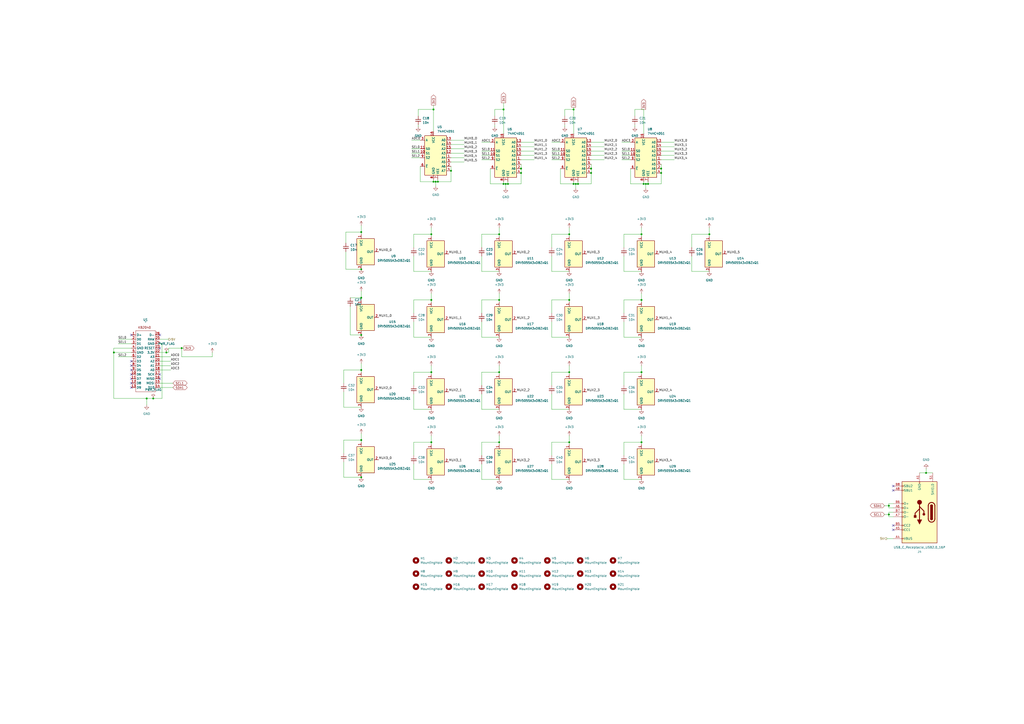
<source format=kicad_sch>
(kicad_sch (version 20231120) (generator "eeschema") (generator_version "8.0")
  (paper "A2")
  (junction (at 88.9 231.14))
  (junction (at 250.19 256.54))
  (junction (at 250.19 135.89))
  (junction (at 515.62 298.45))
  (junction (at 373.38 106.68))
  (junction (at 251.46 105.41))
  (junction (at 209.55 156.21))
  (junction (at 209.55 194.31))
  (junction (at 342.9 100.33))
  (junction (at 209.55 172.72))
  (junction (at 372.11 256.54))
  (junction (at 209.55 255.27))
  (junction (at 383.54 100.33))
  (junction (at 209.55 276.86))
  (junction (at 294.64 106.68))
  (junction (at 330.2 173.99))
  (junction (at 330.2 215.9))
  (junction (at 383.54 97.79))
  (junction (at 332.74 106.68))
  (junction (at 342.9 97.79))
  (junction (at 334.01 106.68))
  (junction (at 302.26 100.33))
  (junction (at 411.48 135.89))
  (junction (at 375.92 106.68))
  (junction (at 330.2 135.89))
  (junction (at 289.56 215.9))
  (junction (at 372.11 173.99))
  (junction (at 292.1 63.5))
  (junction (at 209.55 214.63))
  (junction (at 254 105.41))
  (junction (at 250.19 215.9))
  (junction (at 289.56 173.99))
  (junction (at 330.2 256.54))
  (junction (at 96.52 204.47))
  (junction (at 251.46 63.5))
  (junction (at 537.21 274.32))
  (junction (at 209.55 134.62))
  (junction (at 250.19 173.99))
  (junction (at 289.56 135.89))
  (junction (at 292.1 106.68))
  (junction (at 252.73 105.41))
  (junction (at 105.41 201.93))
  (junction (at 85.09 231.14))
  (junction (at 332.74 63.5))
  (junction (at 293.37 106.68))
  (junction (at 289.56 256.54))
  (junction (at 372.11 215.9))
  (junction (at 374.65 106.68))
  (junction (at 515.62 293.37))
  (junction (at 302.26 97.79))
  (junction (at 335.28 106.68))
  (junction (at 372.11 135.89))
  (junction (at 261.62 99.06))
  (junction (at 66.04 204.47))
  (no_connect (at 76.2 217.17))
  (no_connect (at 518.16 281.94))
  (no_connect (at 76.2 209.55))
  (no_connect (at 92.71 219.71))
  (no_connect (at 518.16 307.34))
  (no_connect (at 76.2 222.25))
  (no_connect (at 92.71 217.17))
  (no_connect (at 518.16 304.8))
  (no_connect (at 76.2 212.09))
  (no_connect (at 518.16 284.48))
  (no_connect (at 76.2 194.31))
  (no_connect (at 92.71 194.31))
  (no_connect (at 92.71 201.93))
  (no_connect (at 76.2 214.63))
  (no_connect (at 76.2 219.71))
  (no_connect (at 76.2 224.79))
  (wire (pts (xy 287.02 72.39) (xy 287.02 73.66)))
  (wire (pts (xy 238.76 88.9) (xy 243.84 88.9)))
  (wire (pts (xy 401.32 135.89) (xy 411.48 135.89)))
  (wire (pts (xy 292.1 59.69) (xy 292.1 63.5)))
  (wire (pts (xy 374.65 106.68) (xy 375.92 106.68)))
  (wire (pts (xy 342.9 82.55) (xy 350.52 82.55)))
  (wire (pts (xy 261.62 83.82) (xy 269.24 83.82)))
  (wire (pts (xy 240.03 256.54) (xy 240.03 264.16)))
  (wire (pts (xy 360.68 90.17) (xy 365.76 90.17)))
  (wire (pts (xy 203.2 177.8) (xy 203.2 194.31)))
  (wire (pts (xy 254 104.14) (xy 254 105.41)))
  (wire (pts (xy 302.26 90.17) (xy 309.88 90.17)))
  (wire (pts (xy 360.68 87.63) (xy 365.76 87.63)))
  (wire (pts (xy 250.19 132.08) (xy 250.19 135.89)))
  (wire (pts (xy 515.62 293.37) (xy 515.62 294.64)))
  (wire (pts (xy 302.26 97.79) (xy 302.26 100.33)))
  (wire (pts (xy 365.76 106.68) (xy 373.38 106.68)))
  (wire (pts (xy 320.04 173.99) (xy 320.04 181.61)))
  (wire (pts (xy 243.84 96.52) (xy 243.84 105.41)))
  (wire (pts (xy 320.04 157.48) (xy 330.2 157.48)))
  (wire (pts (xy 361.95 269.24) (xy 361.95 278.13)))
  (wire (pts (xy 518.16 292.1) (xy 515.62 292.1)))
  (wire (pts (xy 383.54 92.71) (xy 391.16 92.71)))
  (wire (pts (xy 279.4 237.49) (xy 289.56 237.49)))
  (wire (pts (xy 279.4 92.71) (xy 284.48 92.71)))
  (wire (pts (xy 293.37 109.22) (xy 293.37 106.68)))
  (wire (pts (xy 209.55 172.72) (xy 209.55 173.99)))
  (wire (pts (xy 242.57 63.5) (xy 242.57 67.31)))
  (wire (pts (xy 279.4 87.63) (xy 284.48 87.63)))
  (wire (pts (xy 251.46 105.41) (xy 251.46 104.14)))
  (wire (pts (xy 334.01 106.68) (xy 335.28 106.68)))
  (wire (pts (xy 284.48 106.68) (xy 292.1 106.68)))
  (wire (pts (xy 372.11 212.09) (xy 372.11 215.9)))
  (wire (pts (xy 360.68 92.71) (xy 365.76 92.71)))
  (wire (pts (xy 289.56 215.9) (xy 289.56 217.17)))
  (wire (pts (xy 513.08 298.45) (xy 515.62 298.45)))
  (wire (pts (xy 240.03 186.69) (xy 240.03 195.58)))
  (wire (pts (xy 302.26 82.55) (xy 309.88 82.55)))
  (wire (pts (xy 254 105.41) (xy 261.62 105.41)))
  (wire (pts (xy 383.54 95.25) (xy 383.54 97.79)))
  (wire (pts (xy 361.95 186.69) (xy 361.95 195.58)))
  (wire (pts (xy 383.54 82.55) (xy 391.16 82.55)))
  (wire (pts (xy 361.95 237.49) (xy 372.11 237.49)))
  (wire (pts (xy 279.4 215.9) (xy 289.56 215.9)))
  (wire (pts (xy 383.54 97.79) (xy 383.54 100.33)))
  (wire (pts (xy 320.04 135.89) (xy 320.04 143.51)))
  (wire (pts (xy 279.4 82.55) (xy 284.48 82.55)))
  (wire (pts (xy 240.03 228.6) (xy 240.03 237.49)))
  (wire (pts (xy 289.56 132.08) (xy 289.56 135.89)))
  (wire (pts (xy 279.4 135.89) (xy 279.4 143.51)))
  (wire (pts (xy 361.95 256.54) (xy 372.11 256.54)))
  (wire (pts (xy 123.19 207.01) (xy 123.19 204.47)))
  (wire (pts (xy 361.95 228.6) (xy 361.95 237.49)))
  (wire (pts (xy 279.4 195.58) (xy 289.56 195.58)))
  (wire (pts (xy 85.09 231.14) (xy 88.9 231.14)))
  (wire (pts (xy 199.39 236.22) (xy 209.55 236.22)))
  (wire (pts (xy 199.39 255.27) (xy 209.55 255.27)))
  (wire (pts (xy 361.95 195.58) (xy 372.11 195.58)))
  (wire (pts (xy 330.2 215.9) (xy 330.2 217.17)))
  (wire (pts (xy 320.04 237.49) (xy 330.2 237.49)))
  (wire (pts (xy 342.9 85.09) (xy 350.52 85.09)))
  (wire (pts (xy 383.54 87.63) (xy 391.16 87.63)))
  (wire (pts (xy 368.3 63.5) (xy 368.3 67.31)))
  (wire (pts (xy 334.01 109.22) (xy 334.01 106.68)))
  (wire (pts (xy 302.26 92.71) (xy 309.88 92.71)))
  (wire (pts (xy 372.11 132.08) (xy 372.11 135.89)))
  (wire (pts (xy 411.48 135.89) (xy 411.48 137.16)))
  (wire (pts (xy 250.19 212.09) (xy 250.19 215.9)))
  (wire (pts (xy 515.62 298.45) (xy 515.62 299.72)))
  (wire (pts (xy 200.66 134.62) (xy 209.55 134.62)))
  (wire (pts (xy 292.1 63.5) (xy 292.1 77.47)))
  (wire (pts (xy 294.64 105.41) (xy 294.64 106.68)))
  (wire (pts (xy 287.02 63.5) (xy 287.02 67.31)))
  (wire (pts (xy 279.4 148.59) (xy 279.4 157.48)))
  (wire (pts (xy 302.26 85.09) (xy 309.88 85.09)))
  (wire (pts (xy 401.32 135.89) (xy 401.32 143.51)))
  (wire (pts (xy 330.2 132.08) (xy 330.2 135.89)))
  (wire (pts (xy 411.48 132.08) (xy 411.48 135.89)))
  (wire (pts (xy 92.71 212.09) (xy 99.06 212.09)))
  (wire (pts (xy 203.2 172.72) (xy 209.55 172.72)))
  (wire (pts (xy 537.21 274.32) (xy 541.02 274.32)))
  (wire (pts (xy 92.71 222.25) (xy 100.33 222.25)))
  (wire (pts (xy 242.57 72.39) (xy 242.57 73.66)))
  (wire (pts (xy 199.39 267.97) (xy 199.39 276.86)))
  (wire (pts (xy 279.4 173.99) (xy 279.4 181.61)))
  (wire (pts (xy 320.04 215.9) (xy 330.2 215.9)))
  (wire (pts (xy 320.04 148.59) (xy 320.04 157.48)))
  (wire (pts (xy 342.9 87.63) (xy 350.52 87.63)))
  (wire (pts (xy 361.95 173.99) (xy 361.95 181.61)))
  (wire (pts (xy 284.48 97.79) (xy 284.48 106.68)))
  (wire (pts (xy 243.84 105.41) (xy 251.46 105.41)))
  (wire (pts (xy 361.95 173.99) (xy 372.11 173.99)))
  (wire (pts (xy 320.04 269.24) (xy 320.04 278.13)))
  (wire (pts (xy 250.19 215.9) (xy 250.19 217.17)))
  (wire (pts (xy 383.54 85.09) (xy 391.16 85.09)))
  (wire (pts (xy 92.71 207.01) (xy 99.06 207.01)))
  (wire (pts (xy 360.68 82.55) (xy 365.76 82.55)))
  (wire (pts (xy 383.54 100.33) (xy 383.54 106.68)))
  (wire (pts (xy 209.55 130.81) (xy 209.55 134.62)))
  (wire (pts (xy 361.95 148.59) (xy 361.95 157.48)))
  (wire (pts (xy 361.95 278.13) (xy 372.11 278.13)))
  (wire (pts (xy 209.55 168.91) (xy 209.55 172.72)))
  (wire (pts (xy 240.03 173.99) (xy 240.03 181.61)))
  (wire (pts (xy 292.1 106.68) (xy 293.37 106.68)))
  (wire (pts (xy 383.54 90.17) (xy 391.16 90.17)))
  (wire (pts (xy 209.55 214.63) (xy 209.55 215.9)))
  (wire (pts (xy 261.62 96.52) (xy 261.62 99.06)))
  (wire (pts (xy 240.03 157.48) (xy 250.19 157.48)))
  (wire (pts (xy 199.39 214.63) (xy 199.39 222.25)))
  (wire (pts (xy 199.39 255.27) (xy 199.39 262.89)))
  (wire (pts (xy 375.92 105.41) (xy 375.92 106.68)))
  (wire (pts (xy 320.04 195.58) (xy 330.2 195.58)))
  (wire (pts (xy 279.4 256.54) (xy 289.56 256.54)))
  (wire (pts (xy 289.56 173.99) (xy 289.56 175.26)))
  (wire (pts (xy 302.26 87.63) (xy 309.88 87.63)))
  (wire (pts (xy 332.74 106.68) (xy 334.01 106.68)))
  (wire (pts (xy 372.11 173.99) (xy 372.11 175.26)))
  (wire (pts (xy 68.58 196.85) (xy 76.2 196.85)))
  (wire (pts (xy 66.04 204.47) (xy 66.04 231.14)))
  (wire (pts (xy 200.66 146.05) (xy 200.66 156.21)))
  (wire (pts (xy 365.76 97.79) (xy 365.76 106.68)))
  (wire (pts (xy 279.4 269.24) (xy 279.4 278.13)))
  (wire (pts (xy 238.76 81.28) (xy 243.84 81.28)))
  (wire (pts (xy 289.56 256.54) (xy 289.56 257.81)))
  (wire (pts (xy 289.56 212.09) (xy 289.56 215.9)))
  (wire (pts (xy 293.37 106.68) (xy 294.64 106.68)))
  (wire (pts (xy 513.08 293.37) (xy 515.62 293.37)))
  (wire (pts (xy 105.41 201.93) (xy 105.41 207.01)))
  (wire (pts (xy 279.4 215.9) (xy 279.4 223.52)))
  (wire (pts (xy 199.39 227.33) (xy 199.39 236.22)))
  (wire (pts (xy 320.04 256.54) (xy 330.2 256.54)))
  (wire (pts (xy 368.3 72.39) (xy 368.3 73.66)))
  (wire (pts (xy 251.46 60.96) (xy 251.46 63.5)))
  (wire (pts (xy 361.95 215.9) (xy 361.95 223.52)))
  (wire (pts (xy 515.62 292.1) (xy 515.62 293.37)))
  (wire (pts (xy 92.71 196.85) (xy 97.79 196.85)))
  (wire (pts (xy 330.2 212.09) (xy 330.2 215.9)))
  (wire (pts (xy 92.71 224.79) (xy 100.33 224.79)))
  (wire (pts (xy 342.9 90.17) (xy 350.52 90.17)))
  (wire (pts (xy 240.03 237.49) (xy 250.19 237.49)))
  (wire (pts (xy 105.41 201.93) (xy 106.68 201.93)))
  (wire (pts (xy 332.74 62.23) (xy 332.74 63.5)))
  (wire (pts (xy 342.9 95.25) (xy 342.9 97.79)))
  (wire (pts (xy 289.56 252.73) (xy 289.56 256.54)))
  (wire (pts (xy 240.03 148.59) (xy 240.03 157.48)))
  (wire (pts (xy 325.12 97.79) (xy 325.12 106.68)))
  (wire (pts (xy 238.76 86.36) (xy 243.84 86.36)))
  (wire (pts (xy 368.3 63.5) (xy 373.38 63.5)))
  (wire (pts (xy 240.03 256.54) (xy 250.19 256.54)))
  (wire (pts (xy 330.2 252.73) (xy 330.2 256.54)))
  (wire (pts (xy 252.73 107.95) (xy 252.73 105.41)))
  (wire (pts (xy 374.65 109.22) (xy 374.65 106.68)))
  (wire (pts (xy 292.1 106.68) (xy 292.1 105.41)))
  (wire (pts (xy 240.03 135.89) (xy 240.03 143.51)))
  (wire (pts (xy 320.04 215.9) (xy 320.04 223.52)))
  (wire (pts (xy 320.04 135.89) (xy 330.2 135.89)))
  (wire (pts (xy 250.19 170.18) (xy 250.19 173.99)))
  (wire (pts (xy 515.62 294.64) (xy 518.16 294.64)))
  (wire (pts (xy 294.64 106.68) (xy 302.26 106.68)))
  (wire (pts (xy 97.79 201.93) (xy 105.41 201.93)))
  (wire (pts (xy 372.11 170.18) (xy 372.11 173.99)))
  (wire (pts (xy 76.2 201.93) (xy 66.04 201.93)))
  (wire (pts (xy 515.62 297.18) (xy 515.62 298.45)))
  (wire (pts (xy 330.2 135.89) (xy 330.2 137.16)))
  (wire (pts (xy 92.71 209.55) (xy 99.06 209.55)))
  (wire (pts (xy 209.55 251.46) (xy 209.55 255.27)))
  (wire (pts (xy 518.16 299.72) (xy 515.62 299.72)))
  (wire (pts (xy 250.19 173.99) (xy 250.19 175.26)))
  (wire (pts (xy 279.4 228.6) (xy 279.4 237.49)))
  (wire (pts (xy 240.03 135.89) (xy 250.19 135.89)))
  (wire (pts (xy 238.76 91.44) (xy 243.84 91.44)))
  (wire (pts (xy 289.56 170.18) (xy 289.56 173.99)))
  (wire (pts (xy 261.62 86.36) (xy 269.24 86.36)))
  (wire (pts (xy 88.9 231.14) (xy 93.98 231.14)))
  (wire (pts (xy 93.98 199.39) (xy 93.98 231.14)))
  (wire (pts (xy 320.04 87.63) (xy 325.12 87.63)))
  (wire (pts (xy 342.9 92.71) (xy 350.52 92.71)))
  (wire (pts (xy 372.11 215.9) (xy 372.11 217.17)))
  (wire (pts (xy 401.32 157.48) (xy 411.48 157.48)))
  (wire (pts (xy 327.66 63.5) (xy 332.74 63.5)))
  (wire (pts (xy 66.04 204.47) (xy 76.2 204.47)))
  (wire (pts (xy 320.04 278.13) (xy 330.2 278.13)))
  (wire (pts (xy 279.4 135.89) (xy 289.56 135.89)))
  (wire (pts (xy 361.95 256.54) (xy 361.95 264.16)))
  (wire (pts (xy 330.2 170.18) (xy 330.2 173.99)))
  (wire (pts (xy 105.41 207.01) (xy 123.19 207.01)))
  (wire (pts (xy 261.62 88.9) (xy 269.24 88.9)))
  (wire (pts (xy 361.95 215.9) (xy 372.11 215.9)))
  (wire (pts (xy 330.2 173.99) (xy 330.2 175.26)))
  (wire (pts (xy 279.4 186.69) (xy 279.4 195.58)))
  (wire (pts (xy 279.4 256.54) (xy 279.4 264.16)))
  (wire (pts (xy 261.62 93.98) (xy 269.24 93.98)))
  (wire (pts (xy 537.21 271.78) (xy 537.21 274.32)))
  (wire (pts (xy 96.52 204.47) (xy 97.79 204.47)))
  (wire (pts (xy 200.66 156.21) (xy 209.55 156.21)))
  (wire (pts (xy 373.38 106.68) (xy 373.38 105.41)))
  (wire (pts (xy 199.39 276.86) (xy 209.55 276.86)))
  (wire (pts (xy 342.9 100.33) (xy 342.9 106.68)))
  (wire (pts (xy 209.55 210.82) (xy 209.55 214.63)))
  (wire (pts (xy 302.26 100.33) (xy 302.26 106.68)))
  (wire (pts (xy 68.58 207.01) (xy 76.2 207.01)))
  (wire (pts (xy 66.04 201.93) (xy 66.04 204.47)))
  (wire (pts (xy 279.4 157.48) (xy 289.56 157.48)))
  (wire (pts (xy 66.04 231.14) (xy 85.09 231.14)))
  (wire (pts (xy 372.11 135.89) (xy 372.11 137.16)))
  (wire (pts (xy 372.11 256.54) (xy 372.11 257.81)))
  (wire (pts (xy 335.28 105.41) (xy 335.28 106.68)))
  (wire (pts (xy 92.71 204.47) (xy 96.52 204.47)))
  (wire (pts (xy 250.19 252.73) (xy 250.19 256.54)))
  (wire (pts (xy 68.58 199.39) (xy 76.2 199.39)))
  (wire (pts (xy 199.39 214.63) (xy 209.55 214.63)))
  (wire (pts (xy 240.03 215.9) (xy 240.03 223.52)))
  (wire (pts (xy 320.04 256.54) (xy 320.04 264.16)))
  (wire (pts (xy 240.03 195.58) (xy 250.19 195.58)))
  (wire (pts (xy 361.95 135.89) (xy 361.95 143.51)))
  (wire (pts (xy 242.57 63.5) (xy 251.46 63.5)))
  (wire (pts (xy 279.4 90.17) (xy 284.48 90.17)))
  (wire (pts (xy 92.71 199.39) (xy 93.98 199.39)))
  (wire (pts (xy 261.62 99.06) (xy 261.62 105.41)))
  (wire (pts (xy 261.62 81.28) (xy 269.24 81.28)))
  (wire (pts (xy 240.03 269.24) (xy 240.03 278.13)))
  (wire (pts (xy 250.19 135.89) (xy 250.19 137.16)))
  (wire (pts (xy 375.92 106.68) (xy 383.54 106.68)))
  (wire (pts (xy 320.04 228.6) (xy 320.04 237.49)))
  (wire (pts (xy 325.12 106.68) (xy 332.74 106.68)))
  (wire (pts (xy 361.95 157.48) (xy 372.11 157.48)))
  (wire (pts (xy 85.09 231.14) (xy 85.09 234.95)))
  (wire (pts (xy 515.62 297.18) (xy 518.16 297.18)))
  (wire (pts (xy 302.26 95.25) (xy 302.26 97.79)))
  (wire (pts (xy 279.4 278.13) (xy 289.56 278.13)))
  (wire (pts (xy 320.04 90.17) (xy 325.12 90.17)))
  (wire (pts (xy 320.04 82.55) (xy 325.12 82.55)))
  (wire (pts (xy 92.71 214.63) (xy 99.06 214.63)))
  (wire (pts (xy 200.66 134.62) (xy 200.66 140.97)))
  (wire (pts (xy 209.55 134.62) (xy 209.55 135.89)))
  (wire (pts (xy 320.04 186.69) (xy 320.04 195.58)))
  (wire (pts (xy 240.03 215.9) (xy 250.19 215.9)))
  (wire (pts (xy 279.4 173.99) (xy 289.56 173.99)))
  (wire (pts (xy 372.11 252.73) (xy 372.11 256.54)))
  (wire (pts (xy 332.74 63.5) (xy 332.74 77.47)))
  (wire (pts (xy 335.28 106.68) (xy 342.9 106.68)))
  (wire (pts (xy 327.66 63.5) (xy 327.66 67.31)))
  (wire (pts (xy 361.95 135.89) (xy 372.11 135.89)))
  (wire (pts (xy 373.38 106.68) (xy 374.65 106.68)))
  (wire (pts (xy 287.02 63.5) (xy 292.1 63.5)))
  (wire (pts (xy 330.2 256.54) (xy 330.2 257.81)))
  (wire (pts (xy 240.03 278.13) (xy 250.19 278.13)))
  (wire (pts (xy 320.04 92.71) (xy 325.12 92.71)))
  (wire (pts (xy 250.19 256.54) (xy 250.19 257.81)))
  (wire (pts (xy 203.2 194.31) (xy 209.55 194.31)))
  (wire (pts (xy 261.62 91.44) (xy 269.24 91.44)))
  (wire (pts (xy 97.79 204.47) (xy 97.79 201.93)))
  (wire (pts (xy 320.04 173.99) (xy 330.2 173.99)))
  (wire (pts (xy 373.38 63.5) (xy 373.38 77.47)))
  (wire (pts (xy 327.66 72.39) (xy 327.66 73.66)))
  (wire (pts (xy 251.46 105.41) (xy 252.73 105.41)))
  (wire (pts (xy 514.35 312.42) (xy 518.16 312.42)))
  (wire (pts (xy 240.03 173.99) (xy 250.19 173.99)))
  (wire (pts (xy 209.55 255.27) (xy 209.55 256.54)))
  (wire (pts (xy 251.46 63.5) (xy 251.46 76.2)))
  (wire (pts (xy 401.32 148.59) (xy 401.32 157.48)))
  (wire (pts (xy 252.73 105.41) (xy 254 105.41)))
  (wire (pts (xy 289.56 135.89) (xy 289.56 137.16)))
  (wire (pts (xy 332.74 106.68) (xy 332.74 105.41)))
  (wire (pts (xy 342.9 97.79) (xy 342.9 100.33)))
  (wire (pts (xy 533.4 274.32) (xy 537.21 274.32)))
  (label "MUX1_4" (at 309.88 92.71 0))
  (label "MUX2_2" (at 299.72 227.33 0))
  (label "ADC3" (at 99.06 214.63 0))
  (label "MUX1_1" (at 309.88 85.09 0))
  (label "ADC0" (at 238.76 81.28 0))
  (label "MUX3_3" (at 340.36 267.97 0))
  (label "MUX3_2" (at 391.16 87.63 0))
  (label "SEL2" (at 360.68 92.71 0))
  (label "MUX0_5" (at 269.24 93.98 0))
  (label "MUX2_4" (at 382.27 227.33 0))
  (label "ADC1" (at 279.4 82.55 0))
  (label "ADC0" (at 99.06 207.01 0))
  (label "MUX2_3" (at 340.36 227.33 0))
  (label "MUX1_2" (at 299.72 185.42 0))
  (label "MUX0_2" (at 269.24 86.36 0))
  (label "MUX1_3" (at 309.88 90.17 0))
  (label "SEL0" (at 68.58 196.85 0))
  (label "MUX3_2" (at 299.72 267.97 0))
  (label "MUX1_3" (at 340.36 185.42 0))
  (label "MUX3_1" (at 391.16 85.09 0))
  (label "MUX0_3" (at 340.36 147.32 0))
  (label "SEL1" (at 68.58 199.39 0))
  (label "SEL2" (at 320.04 92.71 0))
  (label "MUX2_0" (at 350.52 82.55 0))
  (label "ADC2" (at 99.06 212.09 0))
  (label "ADC3" (at 360.68 82.55 0))
  (label "MUX0_0" (at 219.71 146.05 0))
  (label "MUX1_0" (at 309.88 82.55 0))
  (label "SEL2" (at 279.4 92.71 0))
  (label "MUX3_0" (at 219.71 266.7 0))
  (label "MUX3_0" (at 391.16 82.55 0))
  (label "MUX3_4" (at 391.16 92.71 0))
  (label "SEL1" (at 238.76 88.9 0))
  (label "MUX0_3" (at 269.24 88.9 0))
  (label "MUX3_4" (at 382.27 267.97 0))
  (label "MUX2_2" (at 350.52 87.63 0))
  (label "MUX1_0" (at 219.71 184.15 0))
  (label "MUX1_2" (at 309.88 87.63 0))
  (label "SEL0" (at 320.04 87.63 0))
  (label "MUX0_2" (at 299.72 147.32 0))
  (label "SEL2" (at 68.58 207.01 0))
  (label "MUX2_3" (at 350.52 90.17 0))
  (label "MUX2_1" (at 350.52 85.09 0))
  (label "MUX3_3" (at 391.16 90.17 0))
  (label "MUX1_1" (at 260.35 185.42 0))
  (label "MUX1_4" (at 382.27 185.42 0))
  (label "MUX0_0" (at 269.24 81.28 0))
  (label "SEL1" (at 320.04 90.17 0))
  (label "MUX0_5" (at 421.64 147.32 0))
  (label "SEL0" (at 238.76 86.36 0))
  (label "SEL2" (at 238.76 91.44 0))
  (label "MUX3_1" (at 260.35 267.97 0))
  (label "MUX2_1" (at 260.35 227.33 0))
  (label "SEL0" (at 360.68 87.63 0))
  (label "MUX0_4" (at 382.27 147.32 0))
  (label "MUX0_1" (at 260.35 147.32 0))
  (label "MUX2_4" (at 350.52 92.71 0))
  (label "MUX0_4" (at 269.24 91.44 0))
  (label "ADC1" (at 99.06 209.55 0))
  (label "MUX2_0" (at 219.71 226.06 0))
  (label "SEL1" (at 360.68 90.17 0))
  (label "SEL1" (at 279.4 90.17 0))
  (label "ADC2" (at 320.04 82.55 0))
  (label "MUX0_1" (at 269.24 83.82 0))
  (label "SEL0" (at 279.4 87.63 0))
  (global_label "3V3" (shape output) (at 106.68 201.93 0) (property "Intersheetrefs" "${INTERSHEET_REFS}" (effects (hide yes))))
  (global_label "SDA1" (shape bidirectional) (at 513.08 293.37 180) (property "Intersheetrefs" "${INTERSHEET_REFS}" (effects (hide yes))))
  (global_label "3V3" (shape output) (at 292.1 59.69 90) (property "Intersheetrefs" "${INTERSHEET_REFS}" (effects (hide yes))))
  (global_label "3V3" (shape output) (at 373.38 63.5 90) (property "Intersheetrefs" "${INTERSHEET_REFS}" (effects (hide yes))))
  (global_label "SCL1" (shape bidirectional) (at 513.08 298.45 180) (property "Intersheetrefs" "${INTERSHEET_REFS}" (effects (hide yes))))
  (global_label "SDA1" (shape bidirectional) (at 100.33 224.79 0) (property "Intersheetrefs" "${INTERSHEET_REFS}" (effects (hide yes))))
  (global_label "3V3" (shape output) (at 251.46 60.96 90) (property "Intersheetrefs" "${INTERSHEET_REFS}" (effects (hide yes))))
  (global_label "SCL1" (shape bidirectional) (at 100.33 222.25 0) (property "Intersheetrefs" "${INTERSHEET_REFS}" (effects (hide yes))))
  (global_label "3V3" (shape output) (at 332.74 62.23 90) (property "Intersheetrefs" "${INTERSHEET_REFS}" (effects (hide yes))))
  (hierarchical_label "5V" (shape output) (at 97.79 196.85 0))
  (hierarchical_label "5V" (shape output) (at 514.35 312.42 180))
  (symbol (lib_id "Device:C_Small") (at 320.04 266.7 0) (unit 1)
    (property "Reference" "C40" (at 322.58 265.4362 0) (effects (justify left)))
    (property "Value" "10n" (at 322.58 267.9762 0) (effects (justify left)))
    (property "Footprint" "Capacitor_SMD:C_0402_1005Metric" (effects (hide yes)))
    (property "Description" "Unpolarized capacitor, small symbol" (effects (hide yes)))
  )
  (symbol (lib_id "Sensor_Magnetic:DRV5055A3xDBZxQ1") (at 292.1 267.97 0) (unit 1)
    (property "Reference" "U27" (at 309.626 270.51 0) (effects (justify right)))
    (property "Value" "DRV5055A3xDBZxQ1" (at 318.262 273.05 0) (effects (justify right)))
    (property "Footprint" "Package_TO_SOT_SMD:SOT-23" (effects (hide yes)))
    (property "Datasheet" "https://www.ti.com/lit/ds/symlink/drv5055-q1.pdf" (effects (hide yes)))
    (property "Description" "25 mV/mT,±85-mT, 20-kHz, 3.3/5V, SOT-23" (effects (hide yes)))
  )
  (symbol (lib_id "power:+3V3") (at 123.19 204.47 0) (unit 1)
    (property "Reference" "#PWR02" (effects (hide yes)))
    (property "Value" "+3V3" (at 123.19 199.39 0))
    (property "Description" "Power symbol creates a global label with name \"+3V3\"" (effects (hide yes)))
  )
  (symbol (lib_id "Mechanical:MountingHole") (at 317.5 340.36 0) (unit 1) (exclude_from_sim yes) (in_bom no)
    (property "Reference" "H19" (at 320.04 339.0899 0) (effects (justify left)))
    (property "Value" "MountingHole" (at 320.04 341.6299 0) (effects (justify left)))
    (property "Footprint" "Switches:switch_holes" (effects (hide yes)))
    (property "Description" "Mounting Hole without connection" (effects (hide yes)))
  )
  (symbol (lib_id "Device:C_Small") (at 279.4 184.15 0) (unit 1)
    (property "Reference" "C29" (at 281.94 182.8862 0) (effects (justify left)))
    (property "Value" "10n" (at 281.94 185.4262 0) (effects (justify left)))
    (property "Footprint" "Capacitor_SMD:C_0402_1005Metric" (effects (hide yes)))
    (property "Description" "Unpolarized capacitor, small symbol" (effects (hide yes)))
  )
  (symbol (lib_id "kb2040_lib:KB2040") (at 83.82 187.96 0) (unit 1)
    (property "Reference" "U1" (at 84.455 185.42 0))
    (property "Value" "~" (at 84.455 186.69 0))
    (property "Footprint" "kb2040_fp:KB2040" (effects (hide yes)))
  )
  (symbol (lib_id "Device:C_Small") (at 401.32 146.05 0) (unit 1)
    (property "Reference" "C26" (at 403.86 144.7862 0) (effects (justify left)))
    (property "Value" "10n" (at 403.86 147.3262 0) (effects (justify left)))
    (property "Footprint" "Capacitor_SMD:C_0402_1005Metric" (effects (hide yes)))
    (property "Description" "Unpolarized capacitor, small symbol" (effects (hide yes)))
  )
  (symbol (lib_id "74xx:74HC4051") (at 373.38 90.17 0) (unit 1)
    (property "Reference" "U8" (at 375.5741 74.93 0) (effects (justify left)))
    (property "Value" "74HC4051" (at 375.5741 77.47 0) (effects (justify left)))
    (property "Footprint" "Package_SO:SOIC-16_3.9x9.9mm_P1.27mm" (effects (hide yes)))
    (property "Datasheet" "http://www.ti.com/lit/ds/symlink/cd74hc4051.pdf" (effects (hide yes)))
    (property "Description" "8-channel analog multiplexer/demultiplexer, DIP-16/SOIC-16/TSSOP-16" (effects (hide yes)))
  )
  (symbol (lib_id "Device:C_Small") (at 361.95 146.05 0) (unit 1)
    (property "Reference" "C25" (at 364.49 144.7862 0) (effects (justify left)))
    (property "Value" "10n" (at 364.49 147.3262 0) (effects (justify left)))
    (property "Footprint" "Capacitor_SMD:C_0402_1005Metric" (effects (hide yes)))
    (property "Description" "Unpolarized capacitor, small symbol" (effects (hide yes)))
  )
  (symbol (lib_id "power:+3V3") (at 372.11 212.09 0) (unit 1)
    (property "Reference" "#PWR066" (effects (hide yes)))
    (property "Value" "+3V3" (at 372.11 207.01 0))
    (property "Description" "Power symbol creates a global label with name \"+3V3\"" (effects (hide yes)))
  )
  (symbol (lib_id "power:+3V3") (at 250.19 170.18 0) (unit 1)
    (property "Reference" "#PWR050" (effects (hide yes)))
    (property "Value" "+3V3" (at 250.19 165.1 0))
    (property "Description" "Power symbol creates a global label with name \"+3V3\"" (effects (hide yes)))
  )
  (symbol (lib_id "Sensor_Magnetic:DRV5055A3xDBZxQ1") (at 332.74 227.33 0) (unit 1)
    (property "Reference" "U23" (at 350.266 229.87 0) (effects (justify right)))
    (property "Value" "DRV5055A3xDBZxQ1" (at 358.902 232.41 0) (effects (justify right)))
    (property "Footprint" "Package_TO_SOT_SMD:SOT-23" (effects (hide yes)))
    (property "Datasheet" "https://www.ti.com/lit/ds/symlink/drv5055-q1.pdf" (effects (hide yes)))
    (property "Description" "25 mV/mT,±85-mT, 20-kHz, 3.3/5V, SOT-23" (effects (hide yes)))
  )
  (symbol (lib_id "power:+3V3") (at 372.11 170.18 0) (unit 1)
    (property "Reference" "#PWR056" (effects (hide yes)))
    (property "Value" "+3V3" (at 372.11 165.1 0))
    (property "Description" "Power symbol creates a global label with name \"+3V3\"" (effects (hide yes)))
  )
  (symbol (lib_id "power:GND") (at 85.09 234.95 0) (unit 1)
    (property "Reference" "#PWR03" (effects (hide yes)))
    (property "Value" "GND" (at 85.09 240.03 0))
    (property "Description" "Power symbol creates a global label with name \"GND\" , ground" (effects (hide yes)))
  )
  (symbol (lib_id "Sensor_Magnetic:DRV5055A3xDBZxQ1") (at 414.02 147.32 0) (unit 1)
    (property "Reference" "U14" (at 431.546 149.86 0) (effects (justify right)))
    (property "Value" "DRV5055A3xDBZxQ1" (at 440.182 152.4 0) (effects (justify right)))
    (property "Footprint" "Package_TO_SOT_SMD:SOT-23" (effects (hide yes)))
    (property "Datasheet" "https://www.ti.com/lit/ds/symlink/drv5055-q1.pdf" (effects (hide yes)))
    (property "Description" "25 mV/mT,±85-mT, 20-kHz, 3.3/5V, SOT-23" (effects (hide yes)))
  )
  (symbol (lib_id "Mechanical:MountingHole") (at 279.4 332.74 0) (unit 1) (exclude_from_sim yes) (in_bom no)
    (property "Reference" "H10" (at 281.94 331.4699 0) (effects (justify left)))
    (property "Value" "MountingHole" (at 281.94 334.0099 0) (effects (justify left)))
    (property "Footprint" "Switches:switch_holes" (effects (hide yes)))
    (property "Description" "Mounting Hole without connection" (effects (hide yes)))
  )
  (symbol (lib_id "Device:C_Small") (at 240.03 226.06 0) (unit 1)
    (property "Reference" "C33" (at 242.57 224.7962 0) (effects (justify left)))
    (property "Value" "10n" (at 242.57 227.3362 0) (effects (justify left)))
    (property "Footprint" "Capacitor_SMD:C_0402_1005Metric" (effects (hide yes)))
    (property "Description" "Unpolarized capacitor, small symbol" (effects (hide yes)))
  )
  (symbol (lib_id "Device:C_Small") (at 279.4 146.05 0) (unit 1)
    (property "Reference" "C23" (at 281.94 144.7862 0) (effects (justify left)))
    (property "Value" "10n" (at 281.94 147.3262 0) (effects (justify left)))
    (property "Footprint" "Capacitor_SMD:C_0402_1005Metric" (effects (hide yes)))
    (property "Description" "Unpolarized capacitor, small symbol" (effects (hide yes)))
  )
  (symbol (lib_id "power:+3V3") (at 289.56 132.08 0) (unit 1)
    (property "Reference" "#PWR040" (effects (hide yes)))
    (property "Value" "+3V3" (at 289.56 127 0))
    (property "Description" "Power symbol creates a global label with name \"+3V3\"" (effects (hide yes)))
  )
  (symbol (lib_id "power:+3V3") (at 330.2 212.09 0) (unit 1)
    (property "Reference" "#PWR064" (effects (hide yes)))
    (property "Value" "+3V3" (at 330.2 207.01 0))
    (property "Description" "Power symbol creates a global label with name \"+3V3\"" (effects (hide yes)))
  )
  (symbol (lib_id "Mechanical:MountingHole") (at 260.35 325.12 0) (unit 1) (exclude_from_sim yes) (in_bom no)
    (property "Reference" "H2" (at 262.89 323.8499 0) (effects (justify left)))
    (property "Value" "MountingHole" (at 262.89 326.3899 0) (effects (justify left)))
    (property "Footprint" "Switches:switch_holes" (effects (hide yes)))
    (property "Description" "Mounting Hole without connection" (effects (hide yes)))
  )
  (symbol (lib_id "power:GND") (at 411.48 157.48 0) (unit 1)
    (property "Reference" "#PWR047" (effects (hide yes)))
    (property "Value" "GND" (at 411.48 162.56 0))
    (property "Description" "Power symbol creates a global label with name \"GND\" , ground" (effects (hide yes)))
  )
  (symbol (lib_id "power:GND") (at 289.56 278.13 0) (unit 1)
    (property "Reference" "#PWR073" (effects (hide yes)))
    (property "Value" "GND" (at 289.56 283.21 0))
    (property "Description" "Power symbol creates a global label with name \"GND\" , ground" (effects (hide yes)))
  )
  (symbol (lib_id "Sensor_Magnetic:DRV5055A3xDBZxQ1") (at 212.09 184.15 0) (unit 1)
    (property "Reference" "U15" (at 229.616 186.69 0) (effects (justify right)))
    (property "Value" "DRV5055A3xDBZxQ1" (at 238.252 189.23 0) (effects (justify right)))
    (property "Footprint" "Package_TO_SOT_SMD:SOT-23" (effects (hide yes)))
    (property "Datasheet" "https://www.ti.com/lit/ds/symlink/drv5055-q1.pdf" (effects (hide yes)))
    (property "Description" "25 mV/mT,±85-mT, 20-kHz, 3.3/5V, SOT-23" (effects (hide yes)))
  )
  (symbol (lib_id "Device:C_Small") (at 242.57 69.85 0) (unit 1)
    (property "Reference" "C18" (at 245.11 68.5862 0) (effects (justify left)))
    (property "Value" "10n" (at 245.11 71.1262 0) (effects (justify left)))
    (property "Footprint" "Capacitor_SMD:C_0402_1005Metric" (effects (hide yes)))
    (property "Description" "Unpolarized capacitor, small symbol" (effects (hide yes)))
  )
  (symbol (lib_id "Device:C_Small") (at 240.03 266.7 0) (unit 1)
    (property "Reference" "C38" (at 242.57 265.4362 0) (effects (justify left)))
    (property "Value" "10n" (at 242.57 267.9762 0) (effects (justify left)))
    (property "Footprint" "Capacitor_SMD:C_0402_1005Metric" (effects (hide yes)))
    (property "Description" "Unpolarized capacitor, small symbol" (effects (hide yes)))
  )
  (symbol (lib_id "Mechanical:MountingHole") (at 260.35 340.36 0) (unit 1) (exclude_from_sim yes) (in_bom no)
    (property "Reference" "H16" (at 262.89 339.0899 0) (effects (justify left)))
    (property "Value" "MountingHole" (at 262.89 341.6299 0) (effects (justify left)))
    (property "Footprint" "Switches:switch_holes" (effects (hide yes)))
    (property "Description" "Mounting Hole without connection" (effects (hide yes)))
  )
  (symbol (lib_id "Sensor_Magnetic:DRV5055A3xDBZxQ1") (at 252.73 147.32 0) (unit 1)
    (property "Reference" "U10" (at 270.256 149.86 0) (effects (justify right)))
    (property "Value" "DRV5055A3xDBZxQ1" (at 278.892 152.4 0) (effects (justify right)))
    (property "Footprint" "Package_TO_SOT_SMD:SOT-23" (effects (hide yes)))
    (property "Datasheet" "https://www.ti.com/lit/ds/symlink/drv5055-q1.pdf" (effects (hide yes)))
    (property "Description" "25 mV/mT,±85-mT, 20-kHz, 3.3/5V, SOT-23" (effects (hide yes)))
  )
  (symbol (lib_id "Mechanical:MountingHole") (at 298.45 325.12 0) (unit 1) (exclude_from_sim yes) (in_bom no)
    (property "Reference" "H4" (at 300.99 323.8499 0) (effects (justify left)))
    (property "Value" "MountingHole" (at 300.99 326.3899 0) (effects (justify left)))
    (property "Footprint" "Switches:switch_holes" (effects (hide yes)))
    (property "Description" "Mounting Hole without connection" (effects (hide yes)))
  )
  (symbol (lib_id "Mechanical:MountingHole") (at 336.55 340.36 0) (unit 1) (exclude_from_sim yes) (in_bom no)
    (property "Reference" "H20" (at 339.09 339.0899 0) (effects (justify left)))
    (property "Value" "MountingHole" (at 339.09 341.6299 0) (effects (justify left)))
    (property "Footprint" "Switches:switch_holes" (effects (hide yes)))
    (property "Description" "Mounting Hole without connection" (effects (hide yes)))
  )
  (symbol (lib_id "power:GND") (at 209.55 194.31 0) (unit 1)
    (property "Reference" "#PWR049" (effects (hide yes)))
    (property "Value" "GND" (at 209.55 199.39 0))
    (property "Description" "Power symbol creates a global label with name \"GND\" , ground" (effects (hide yes)))
  )
  (symbol (lib_id "Device:C_Small") (at 240.03 184.15 0) (unit 1)
    (property "Reference" "C28" (at 242.57 182.8862 0) (effects (justify left)))
    (property "Value" "10n" (at 242.57 185.4262 0) (effects (justify left)))
    (property "Footprint" "Capacitor_SMD:C_0402_1005Metric" (effects (hide yes)))
    (property "Description" "Unpolarized capacitor, small symbol" (effects (hide yes)))
  )
  (symbol (lib_id "Mechanical:MountingHole") (at 260.35 332.74 0) (unit 1) (exclude_from_sim yes) (in_bom no)
    (property "Reference" "H9" (at 262.89 331.4699 0) (effects (justify left)))
    (property "Value" "MountingHole" (at 262.89 334.0099 0) (effects (justify left)))
    (property "Footprint" "Switches:switch_holes" (effects (hide yes)))
    (property "Description" "Mounting Hole without connection" (effects (hide yes)))
  )
  (symbol (lib_id "Sensor_Magnetic:DRV5055A3xDBZxQ1") (at 252.73 227.33 0) (unit 1)
    (property "Reference" "U21" (at 270.256 229.87 0) (effects (justify right)))
    (property "Value" "DRV5055A3xDBZxQ1" (at 278.892 232.41 0) (effects (justify right)))
    (property "Footprint" "Package_TO_SOT_SMD:SOT-23" (effects (hide yes)))
    (property "Datasheet" "https://www.ti.com/lit/ds/symlink/drv5055-q1.pdf" (effects (hide yes)))
    (property "Description" "25 mV/mT,±85-mT, 20-kHz, 3.3/5V, SOT-23" (effects (hide yes)))
  )
  (symbol (lib_id "Device:C_Small") (at 361.95 184.15 0) (unit 1)
    (property "Reference" "C31" (at 364.49 182.8862 0) (effects (justify left)))
    (property "Value" "10n" (at 364.49 185.4262 0) (effects (justify left)))
    (property "Footprint" "Capacitor_SMD:C_0402_1005Metric" (effects (hide yes)))
    (property "Description" "Unpolarized capacitor, small symbol" (effects (hide yes)))
  )
  (symbol (lib_id "power:GND") (at 289.56 237.49 0) (unit 1)
    (property "Reference" "#PWR063" (effects (hide yes)))
    (property "Value" "GND" (at 289.56 242.57 0))
    (property "Description" "Power symbol creates a global label with name \"GND\" , ground" (effects (hide yes)))
  )
  (symbol (lib_id "power:+3V3") (at 209.55 210.82 0) (unit 1)
    (property "Reference" "#PWR058" (effects (hide yes)))
    (property "Value" "+3V3" (at 209.55 205.74 0))
    (property "Description" "Power symbol creates a global label with name \"+3V3\"" (effects (hide yes)))
  )
  (symbol (lib_id "power:GND") (at 334.01 109.22 0) (unit 1)
    (property "Reference" "#PWR01" (effects (hide yes)))
    (property "Value" "GND" (at 334.01 114.3 0))
    (property "Description" "Power symbol creates a global label with name \"GND\" , ground" (effects (hide yes)))
  )
  (symbol (lib_id "Mechanical:MountingHole") (at 279.4 325.12 0) (unit 1) (exclude_from_sim yes) (in_bom no)
    (property "Reference" "H3" (at 281.94 323.8499 0) (effects (justify left)))
    (property "Value" "MountingHole" (at 281.94 326.3899 0) (effects (justify left)))
    (property "Footprint" "Switches:switch_holes" (effects (hide yes)))
    (property "Description" "Mounting Hole without connection" (effects (hide yes)))
  )
  (symbol (lib_id "74xx:74HC4051") (at 251.46 88.9 0) (unit 1)
    (property "Reference" "U5" (at 253.6541 73.66 0) (effects (justify left)))
    (property "Value" "74HC4051" (at 253.6541 76.2 0) (effects (justify left)))
    (property "Footprint" "Package_SO:SOIC-16_3.9x9.9mm_P1.27mm" (effects (hide yes)))
    (property "Datasheet" "http://www.ti.com/lit/ds/symlink/cd74hc4051.pdf" (effects (hide yes)))
    (property "Description" "8-channel analog multiplexer/demultiplexer, DIP-16/SOIC-16/TSSOP-16" (effects (hide yes)))
  )
  (symbol (lib_id "Connector:USB_C_Receptacle_USB2.0_16P") (at 533.4 297.18 180) (unit 1)
    (property "Reference" "J4" (at 533.4 320.04 0))
    (property "Value" "USB_C_Receptacle_USB2.0_16P" (at 533.4 317.5 0))
    (property "Footprint" "Connector_USB:USB_C_Receptacle_GCT_USB4105-xx-A_16P_TopMnt_Horizontal" (effects (hide yes)))
    (property "Datasheet" "https://www.usb.org/sites/default/files/documents/usb_type-c.zip" (effects (hide yes)))
    (property "Description" "USB 2.0-only 16P Type-C Receptacle connector" (effects (hide yes)))
  )
  (symbol (lib_id "Device:C_Small") (at 203.2 175.26 0) (unit 1)
    (property "Reference" "C27" (at 205.74 173.9962 0) (effects (justify left)))
    (property "Value" "10n" (at 205.74 176.5362 0) (effects (justify left)))
    (property "Footprint" "Capacitor_SMD:C_0402_1005Metric" (effects (hide yes)))
    (property "Description" "Unpolarized capacitor, small symbol" (effects (hide yes)))
  )
  (symbol (lib_id "power:GND") (at 289.56 195.58 0) (unit 1)
    (property "Reference" "#PWR053" (effects (hide yes)))
    (property "Value" "GND" (at 289.56 200.66 0))
    (property "Description" "Power symbol creates a global label with name \"GND\" , ground" (effects (hide yes)))
  )
  (symbol (lib_id "Mechanical:MountingHole") (at 317.5 325.12 0) (unit 1) (exclude_from_sim yes) (in_bom no)
    (property "Reference" "H5" (at 320.04 323.8499 0) (effects (justify left)))
    (property "Value" "MountingHole" (at 320.04 326.3899 0) (effects (justify left)))
    (property "Footprint" "Switches:switch_holes" (effects (hide yes)))
    (property "Description" "Mounting Hole without connection" (effects (hide yes)))
  )
  (symbol (lib_id "power:+3V3") (at 411.48 132.08 0) (unit 1)
    (property "Reference" "#PWR046" (effects (hide yes)))
    (property "Value" "+3V3" (at 411.48 127 0))
    (property "Description" "Power symbol creates a global label with name \"+3V3\"" (effects (hide yes)))
  )
  (symbol (lib_id "power:+3V3") (at 209.55 130.81 0) (unit 1)
    (property "Reference" "#PWR023" (effects (hide yes)))
    (property "Value" "+3V3" (at 209.55 125.73 0))
    (property "Description" "Power symbol creates a global label with name \"+3V3\"" (effects (hide yes)))
  )
  (symbol (lib_id "power:GND") (at 330.2 237.49 0) (unit 1)
    (property "Reference" "#PWR065" (effects (hide yes)))
    (property "Value" "GND" (at 330.2 242.57 0))
    (property "Description" "Power symbol creates a global label with name \"GND\" , ground" (effects (hide yes)))
  )
  (symbol (lib_id "74xx:74HC4051") (at 292.1 90.17 0) (unit 1)
    (property "Reference" "U6" (at 294.2941 74.93 0) (effects (justify left)))
    (property "Value" "74HC4051" (at 294.2941 77.47 0) (effects (justify left)))
    (property "Footprint" "Package_SO:SOIC-16_3.9x9.9mm_P1.27mm" (effects (hide yes)))
    (property "Datasheet" "http://www.ti.com/lit/ds/symlink/cd74hc4051.pdf" (effects (hide yes)))
    (property "Description" "8-channel analog multiplexer/demultiplexer, DIP-16/SOIC-16/TSSOP-16" (effects (hide yes)))
  )
  (symbol (lib_id "Device:C_Small") (at 199.39 224.79 0) (unit 1)
    (property "Reference" "C32" (at 201.93 223.5262 0) (effects (justify left)))
    (property "Value" "10n" (at 201.93 226.0662 0) (effects (justify left)))
    (property "Footprint" "Capacitor_SMD:C_0402_1005Metric" (effects (hide yes)))
    (property "Description" "Unpolarized capacitor, small symbol" (effects (hide yes)))
  )
  (symbol (lib_id "Mechanical:MountingHole") (at 241.3 340.36 0) (unit 1) (exclude_from_sim yes) (in_bom no)
    (property "Reference" "H15" (at 243.84 339.0899 0) (effects (justify left)))
    (property "Value" "MountingHole" (at 243.84 341.6299 0) (effects (justify left)))
    (property "Footprint" "Switches:switch_holes" (effects (hide yes)))
    (property "Description" "Mounting Hole without connection" (effects (hide yes)))
  )
  (symbol (lib_id "Sensor_Magnetic:DRV5055A3xDBZxQ1") (at 292.1 147.32 0) (unit 1)
    (property "Reference" "U11" (at 309.626 149.86 0) (effects (justify right)))
    (property "Value" "DRV5055A3xDBZxQ1" (at 318.262 152.4 0) (effects (justify right)))
    (property "Footprint" "Package_TO_SOT_SMD:SOT-23" (effects (hide yes)))
    (property "Datasheet" "https://www.ti.com/lit/ds/symlink/drv5055-q1.pdf" (effects (hide yes)))
    (property "Description" "25 mV/mT,±85-mT, 20-kHz, 3.3/5V, SOT-23" (effects (hide yes)))
  )
  (symbol (lib_id "power:GND") (at 289.56 157.48 0) (unit 1)
    (property "Reference" "#PWR041" (effects (hide yes)))
    (property "Value" "GND" (at 289.56 162.56 0))
    (property "Description" "Power symbol creates a global label with name \"GND\" , ground" (effects (hide yes)))
  )
  (symbol (lib_id "power:+3V3") (at 209.55 251.46 0) (unit 1)
    (property "Reference" "#PWR068" (effects (hide yes)))
    (property "Value" "+3V3" (at 209.55 246.38 0))
    (property "Description" "Power symbol creates a global label with name \"+3V3\"" (effects (hide yes)))
  )
  (symbol (lib_id "Mechanical:MountingHole") (at 355.6 325.12 0) (unit 1) (exclude_from_sim yes) (in_bom no)
    (property "Reference" "H7" (at 358.14 323.8499 0) (effects (justify left)))
    (property "Value" "MountingHole" (at 358.14 326.3899 0) (effects (justify left)))
    (property "Footprint" "Switches:switch_holes" (effects (hide yes)))
    (property "Description" "Mounting Hole without connection" (effects (hide yes)))
  )
  (symbol (lib_id "power:+3V3") (at 330.2 132.08 0) (unit 1)
    (property "Reference" "#PWR042" (effects (hide yes)))
    (property "Value" "+3V3" (at 330.2 127 0))
    (property "Description" "Power symbol creates a global label with name \"+3V3\"" (effects (hide yes)))
  )
  (symbol (lib_id "power:GND") (at 374.65 109.22 0) (unit 1)
    (property "Reference" "#PWR033" (effects (hide yes)))
    (property "Value" "GND" (at 374.65 114.3 0))
    (property "Description" "Power symbol creates a global label with name \"GND\" , ground" (effects (hide yes)))
  )
  (symbol (lib_id "Sensor_Magnetic:DRV5055A3xDBZxQ1") (at 374.65 185.42 0) (unit 1)
    (property "Reference" "U19" (at 392.176 187.96 0) (effects (justify right)))
    (property "Value" "DRV5055A3xDBZxQ1" (at 400.812 190.5 0) (effects (justify right)))
    (property "Footprint" "Package_TO_SOT_SMD:SOT-23" (effects (hide yes)))
    (property "Datasheet" "https://www.ti.com/lit/ds/symlink/drv5055-q1.pdf" (effects (hide yes)))
    (property "Description" "25 mV/mT,±85-mT, 20-kHz, 3.3/5V, SOT-23" (effects (hide yes)))
  )
  (symbol (lib_id "Sensor_Magnetic:DRV5055A3xDBZxQ1") (at 332.74 267.97 0) (unit 1)
    (property "Reference" "U28" (at 350.266 270.51 0) (effects (justify right)))
    (property "Value" "DRV5055A3xDBZxQ1" (at 358.902 273.05 0) (effects (justify right)))
    (property "Footprint" "Package_TO_SOT_SMD:SOT-23" (effects (hide yes)))
    (property "Datasheet" "https://www.ti.com/lit/ds/symlink/drv5055-q1.pdf" (effects (hide yes)))
    (property "Description" "25 mV/mT,±85-mT, 20-kHz, 3.3/5V, SOT-23" (effects (hide yes)))
  )
  (symbol (lib_id "Device:C_Small") (at 199.39 265.43 0) (unit 1)
    (property "Reference" "C37" (at 201.93 264.1662 0) (effects (justify left)))
    (property "Value" "10n" (at 201.93 266.7062 0) (effects (justify left)))
    (property "Footprint" "Capacitor_SMD:C_0402_1005Metric" (effects (hide yes)))
    (property "Description" "Unpolarized capacitor, small symbol" (effects (hide yes)))
  )
  (symbol (lib_id "Device:C_Small") (at 320.04 184.15 0) (unit 1)
    (property "Reference" "C30" (at 322.58 182.8862 0) (effects (justify left)))
    (property "Value" "10n" (at 322.58 185.4262 0) (effects (justify left)))
    (property "Footprint" "Capacitor_SMD:C_0402_1005Metric" (effects (hide yes)))
    (property "Description" "Unpolarized capacitor, small symbol" (effects (hide yes)))
  )
  (symbol (lib_id "Mechanical:MountingHole") (at 336.55 325.12 0) (unit 1) (exclude_from_sim yes) (in_bom no)
    (property "Reference" "H6" (at 339.09 323.8499 0) (effects (justify left)))
    (property "Value" "MountingHole" (at 339.09 326.3899 0) (effects (justify left)))
    (property "Footprint" "Switches:switch_holes" (effects (hide yes)))
    (property "Description" "Mounting Hole without connection" (effects (hide yes)))
  )
  (symbol (lib_id "power:GND") (at 372.11 195.58 0) (unit 1)
    (property "Reference" "#PWR057" (effects (hide yes)))
    (property "Value" "GND" (at 372.11 200.66 0))
    (property "Description" "Power symbol creates a global label with name \"GND\" , ground" (effects (hide yes)))
  )
  (symbol (lib_id "power:+3V3") (at 372.11 252.73 0) (unit 1)
    (property "Reference" "#PWR076" (effects (hide yes)))
    (property "Value" "+3V3" (at 372.11 247.65 0))
    (property "Description" "Power symbol creates a global label with name \"+3V3\"" (effects (hide yes)))
  )
  (symbol (lib_id "power:GND") (at 209.55 236.22 0) (unit 1)
    (property "Reference" "#PWR059" (effects (hide yes)))
    (property "Value" "GND" (at 209.55 241.3 0))
    (property "Description" "Power symbol creates a global label with name \"GND\" , ground" (effects (hide yes)))
  )
  (symbol (lib_id "Device:C_Small") (at 327.66 69.85 0) (unit 1)
    (property "Reference" "C20" (at 330.2 68.5862 0) (effects (justify left)))
    (property "Value" "10n" (at 330.2 71.1262 0) (effects (justify left)))
    (property "Footprint" "Capacitor_SMD:C_0402_1005Metric" (effects (hide yes)))
    (property "Description" "Unpolarized capacitor, small symbol" (effects (hide yes)))
  )
  (symbol (lib_id "power:GND") (at 250.19 278.13 0) (unit 1)
    (property "Reference" "#PWR071" (effects (hide yes)))
    (property "Value" "GND" (at 250.19 283.21 0))
    (property "Description" "Power symbol creates a global label with name \"GND\" , ground" (effects (hide yes)))
  )
  (symbol (lib_id "Device:C_Small") (at 240.03 146.05 0) (unit 1)
    (property "Reference" "C22" (at 242.57 144.7862 0) (effects (justify left)))
    (property "Value" "10n" (at 242.57 147.3262 0) (effects (justify left)))
    (property "Footprint" "Capacitor_SMD:C_0402_1005Metric" (effects (hide yes)))
    (property "Description" "Unpolarized capacitor, small symbol" (effects (hide yes)))
  )
  (symbol (lib_id "power:PWR_FLAG") (at 96.52 204.47 0) (unit 1)
    (property "Reference" "#FLG02" (effects (hide yes)))
    (property "Value" "PWR_FLAG" (at 96.52 199.39 0))
    (property "Description" "Special symbol for telling ERC where power comes from" (effects (hide yes)))
  )
  (symbol (lib_id "Mechanical:MountingHole") (at 336.55 332.74 0) (unit 1) (exclude_from_sim yes) (in_bom no)
    (property "Reference" "H13" (at 339.09 331.4699 0) (effects (justify left)))
    (property "Value" "MountingHole" (at 339.09 334.0099 0) (effects (justify left)))
    (property "Footprint" "Switches:switch_holes" (effects (hide yes)))
    (property "Description" "Mounting Hole without connection" (effects (hide yes)))
  )
  (symbol (lib_id "power:GND") (at 293.37 109.22 0) (unit 1)
    (property "Reference" "#PWR04" (effects (hide yes)))
    (property "Value" "GND" (at 293.37 114.3 0))
    (property "Description" "Power symbol creates a global label with name \"GND\" , ground" (effects (hide yes)))
  )
  (symbol (lib_id "Device:C_Small") (at 368.3 69.85 0) (unit 1)
    (property "Reference" "C21" (at 370.84 68.5862 0) (effects (justify left)))
    (property "Value" "10n" (at 370.84 71.1262 0) (effects (justify left)))
    (property "Footprint" "Capacitor_SMD:C_0402_1005Metric" (effects (hide yes)))
    (property "Description" "Unpolarized capacitor, small symbol" (effects (hide yes)))
  )
  (symbol (lib_id "Device:C_Small") (at 320.04 226.06 0) (unit 1)
    (property "Reference" "C35" (at 322.58 224.7962 0) (effects (justify left)))
    (property "Value" "10n" (at 322.58 227.3362 0) (effects (justify left)))
    (property "Footprint" "Capacitor_SMD:C_0402_1005Metric" (effects (hide yes)))
    (property "Description" "Unpolarized capacitor, small symbol" (effects (hide yes)))
  )
  (symbol (lib_id "power:GND") (at 372.11 157.48 0) (unit 1)
    (property "Reference" "#PWR045" (effects (hide yes)))
    (property "Value" "GND" (at 372.11 162.56 0))
    (property "Description" "Power symbol creates a global label with name \"GND\" , ground" (effects (hide yes)))
  )
  (symbol (lib_id "Sensor_Magnetic:DRV5055A3xDBZxQ1") (at 212.09 226.06 0) (unit 1)
    (property "Reference" "U20" (at 229.616 228.6 0) (effects (justify right)))
    (property "Value" "DRV5055A3xDBZxQ1" (at 238.252 231.14 0) (effects (justify right)))
    (property "Footprint" "Package_TO_SOT_SMD:SOT-23" (effects (hide yes)))
    (property "Datasheet" "https://www.ti.com/lit/ds/symlink/drv5055-q1.pdf" (effects (hide yes)))
    (property "Description" "25 mV/mT,±85-mT, 20-kHz, 3.3/5V, SOT-23" (effects (hide yes)))
  )
  (symbol (lib_id "power:GND") (at 250.19 157.48 0) (unit 1)
    (property "Reference" "#PWR039" (effects (hide yes)))
    (property "Value" "GND" (at 250.19 162.56 0))
    (property "Description" "Power symbol creates a global label with name \"GND\" , ground" (effects (hide yes)))
  )
  (symbol (lib_id "Sensor_Magnetic:DRV5055A3xDBZxQ1") (at 292.1 227.33 0) (unit 1)
    (property "Reference" "U22" (at 309.626 229.87 0) (effects (justify right)))
    (property "Value" "DRV5055A3xDBZxQ1" (at 318.262 232.41 0) (effects (justify right)))
    (property "Footprint" "Package_TO_SOT_SMD:SOT-23" (effects (hide yes)))
    (property "Datasheet" "https://www.ti.com/lit/ds/symlink/drv5055-q1.pdf" (effects (hide yes)))
    (property "Description" "25 mV/mT,±85-mT, 20-kHz, 3.3/5V, SOT-23" (effects (hide yes)))
  )
  (symbol (lib_id "power:+3V3") (at 330.2 252.73 0) (unit 1)
    (property "Reference" "#PWR074" (effects (hide yes)))
    (property "Value" "+3V3" (at 330.2 247.65 0))
    (property "Description" "Power symbol creates a global label with name \"+3V3\"" (effects (hide yes)))
  )
  (symbol (lib_id "power:+3V3") (at 209.55 168.91 0) (unit 1)
    (property "Reference" "#PWR048" (effects (hide yes)))
    (property "Value" "+3V3" (at 209.55 163.83 0))
    (property "Description" "Power symbol creates a global label with name \"+3V3\"" (effects (hide yes)))
  )
  (symbol (lib_id "power:GND") (at 287.02 73.66 0) (unit 1)
    (property "Reference" "#PWR035" (effects (hide yes)))
    (property "Value" "GND" (at 287.02 78.74 0))
    (property "Description" "Power symbol creates a global label with name \"GND\" , ground" (effects (hide yes)))
  )
  (symbol (lib_id "Mechanical:MountingHole") (at 317.5 332.74 0) (unit 1) (exclude_from_sim yes) (in_bom no)
    (property "Reference" "H12" (at 320.04 331.4699 0) (effects (justify left)))
    (property "Value" "MountingHole" (at 320.04 334.0099 0) (effects (justify left)))
    (property "Footprint" "Switches:switch_holes" (effects (hide yes)))
    (property "Description" "Mounting Hole without connection" (effects (hide yes)))
  )
  (symbol (lib_id "power:+3V3") (at 289.56 212.09 0) (unit 1)
    (property "Reference" "#PWR062" (effects (hide yes)))
    (property "Value" "+3V3" (at 289.56 207.01 0))
    (property "Description" "Power symbol creates a global label with name \"+3V3\"" (effects (hide yes)))
  )
  (symbol (lib_id "power:+3V3") (at 289.56 170.18 0) (unit 1)
    (property "Reference" "#PWR052" (effects (hide yes)))
    (property "Value" "+3V3" (at 289.56 165.1 0))
    (property "Description" "Power symbol creates a global label with name \"+3V3\"" (effects (hide yes)))
  )
  (symbol (lib_id "Device:C_Small") (at 361.95 266.7 0) (unit 1)
    (property "Reference" "C41" (at 364.49 265.4362 0) (effects (justify left)))
    (property "Value" "10n" (at 364.49 267.9762 0) (effects (justify left)))
    (property "Footprint" "Capacitor_SMD:C_0402_1005Metric" (effects (hide yes)))
    (property "Description" "Unpolarized capacitor, small symbol" (effects (hide yes)))
  )
  (symbol (lib_id "power:GND") (at 330.2 195.58 0) (unit 1)
    (property "Reference" "#PWR055" (effects (hide yes)))
    (property "Value" "GND" (at 330.2 200.66 0))
    (property "Description" "Power symbol creates a global label with name \"GND\" , ground" (effects (hide yes)))
  )
  (symbol (lib_id "Mechanical:MountingHole") (at 241.3 325.12 0) (unit 1) (exclude_from_sim yes) (in_bom no)
    (property "Reference" "H1" (at 243.84 323.8499 0) (effects (justify left)))
    (property "Value" "MountingHole" (at 243.84 326.3899 0) (effects (justify left)))
    (property "Footprint" "Switches:switch_holes" (effects (hide yes)))
    (property "Description" "Mounting Hole without connection" (effects (hide yes)))
  )
  (symbol (lib_id "power:GND") (at 242.57 73.66 0) (unit 1)
    (property "Reference" "#PWR034" (effects (hide yes)))
    (property "Value" "GND" (at 242.57 78.74 0))
    (property "Description" "Power symbol creates a global label with name \"GND\" , ground" (effects (hide yes)))
  )
  (symbol (lib_id "power:GND") (at 209.55 156.21 0) (unit 1)
    (property "Reference" "#PWR024" (effects (hide yes)))
    (property "Value" "GND" (at 209.55 161.29 0))
    (property "Description" "Power symbol creates a global label with name \"GND\" , ground" (effects (hide yes)))
  )
  (symbol (lib_id "74xx:74HC4051") (at 332.74 90.17 0) (unit 1)
    (property "Reference" "U7" (at 334.9341 74.93 0) (effects (justify left)))
    (property "Value" "74HC4051" (at 334.9341 77.47 0) (effects (justify left)))
    (property "Footprint" "Package_SO:SOIC-16_3.9x9.9mm_P1.27mm" (effects (hide yes)))
    (property "Datasheet" "http://www.ti.com/lit/ds/symlink/cd74hc4051.pdf" (effects (hide yes)))
    (property "Description" "8-channel analog multiplexer/demultiplexer, DIP-16/SOIC-16/TSSOP-16" (effects (hide yes)))
  )
  (symbol (lib_id "Sensor_Magnetic:DRV5055A3xDBZxQ1") (at 212.09 266.7 0) (unit 1)
    (property "Reference" "U25" (at 229.616 269.24 0) (effects (justify right)))
    (property "Value" "DRV5055A3xDBZxQ1" (at 238.252 271.78 0) (effects (justify right)))
    (property "Footprint" "Package_TO_SOT_SMD:SOT-23" (effects (hide yes)))
    (property "Datasheet" "https://www.ti.com/lit/ds/symlink/drv5055-q1.pdf" (effects (hide yes)))
    (property "Description" "25 mV/mT,±85-mT, 20-kHz, 3.3/5V, SOT-23" (effects (hide yes)))
  )
  (symbol (lib_id "Sensor_Magnetic:DRV5055A3xDBZxQ1") (at 374.65 267.97 0) (unit 1)
    (property "Reference" "U29" (at 392.176 270.51 0) (effects (justify right)))
    (property "Value" "DRV5055A3xDBZxQ1" (at 400.812 273.05 0) (effects (justify right)))
    (property "Footprint" "Package_TO_SOT_SMD:SOT-23" (effects (hide yes)))
    (property "Datasheet" "https://www.ti.com/lit/ds/symlink/drv5055-q1.pdf" (effects (hide yes)))
    (property "Description" "25 mV/mT,±85-mT, 20-kHz, 3.3/5V, SOT-23" (effects (hide yes)))
  )
  (symbol (lib_id "Device:C_Small") (at 200.66 143.51 0) (unit 1)
    (property "Reference" "C17" (at 203.2 142.2462 0) (effects (justify left)))
    (property "Value" "10n" (at 203.2 144.7862 0) (effects (justify left)))
    (property "Footprint" "Capacitor_SMD:C_0402_1005Metric" (effects (hide yes)))
    (property "Description" "Unpolarized capacitor, small symbol" (effects (hide yes)))
  )
  (symbol (lib_id "power:+3V3") (at 250.19 132.08 0) (unit 1)
    (property "Reference" "#PWR06" (effects (hide yes)))
    (property "Value" "+3V3" (at 250.19 127 0))
    (property "Description" "Power symbol creates a global label with name \"+3V3\"" (effects (hide yes)))
  )
  (symbol (lib_id "Device:C_Small") (at 287.02 69.85 0) (unit 1)
    (property "Reference" "C19" (at 289.56 68.5862 0) (effects (justify left)))
    (property "Value" "10n" (at 289.56 71.1262 0) (effects (justify left)))
    (property "Footprint" "Capacitor_SMD:C_0402_1005Metric" (effects (hide yes)))
    (property "Description" "Unpolarized capacitor, small symbol" (effects (hide yes)))
  )
  (symbol (lib_id "power:GND") (at 368.3 73.66 0) (unit 1)
    (property "Reference" "#PWR030" (effects (hide yes)))
    (property "Value" "GND" (at 368.3 78.74 0))
    (property "Description" "Power symbol creates a global label with name \"GND\" , ground" (effects (hide yes)))
  )
  (symbol (lib_id "power:+3V3") (at 250.19 212.09 0) (unit 1)
    (property "Reference" "#PWR060" (effects (hide yes)))
    (property "Value" "+3V3" (at 250.19 207.01 0))
    (property "Description" "Power symbol creates a global label with name \"+3V3\"" (effects (hide yes)))
  )
  (symbol (lib_id "Mechanical:MountingHole") (at 241.3 332.74 0) (unit 1) (exclude_from_sim yes) (in_bom no)
    (property "Reference" "H8" (at 243.84 331.4699 0) (effects (justify left)))
    (property "Value" "MountingHole" (at 243.84 334.0099 0) (effects (justify left)))
    (property "Footprint" "Switches:switch_holes" (effects (hide yes)))
    (property "Description" "Mounting Hole without connection" (effects (hide yes)))
  )
  (symbol (lib_id "Sensor_Magnetic:DRV5055A3xDBZxQ1") (at 332.74 185.42 0) (unit 1)
    (property "Reference" "U18" (at 350.266 187.96 0) (effects (justify right)))
    (property "Value" "DRV5055A3xDBZxQ1" (at 358.902 190.5 0) (effects (justify right)))
    (property "Footprint" "Package_TO_SOT_SMD:SOT-23" (effects (hide yes)))
    (property "Datasheet" "https://www.ti.com/lit/ds/symlink/drv5055-q1.pdf" (effects (hide yes)))
    (property "Description" "25 mV/mT,±85-mT, 20-kHz, 3.3/5V, SOT-23" (effects (hide yes)))
  )
  (symbol (lib_id "power:GND") (at 250.19 237.49 0) (unit 1)
    (property "Reference" "#PWR061" (effects (hide yes)))
    (property "Value" "GND" (at 250.19 242.57 0))
    (property "Description" "Power symbol creates a global label with name \"GND\" , ground" (effects (hide yes)))
  )
  (symbol (lib_id "Mechanical:MountingHole") (at 279.4 340.36 0) (unit 1) (exclude_from_sim yes) (in_bom no)
    (property "Reference" "H17" (at 281.94 339.0899 0) (effects (justify left)))
    (property "Value" "MountingHole" (at 281.94 341.6299 0) (effects (justify left)))
    (property "Footprint" "Switches:switch_holes" (effects (hide yes)))
    (property "Description" "Mounting Hole without connection" (effects (hide yes)))
  )
  (symbol (lib_id "power:GND") (at 252.73 107.95 0) (unit 1)
    (property "Reference" "#PWR05" (effects (hide yes)))
    (property "Value" "GND" (at 252.73 113.03 0))
    (property "Description" "Power symbol creates a global label with name \"GND\" , ground" (effects (hide yes)))
  )
  (symbol (lib_id "power:+3V3") (at 372.11 132.08 0) (unit 1)
    (property "Reference" "#PWR044" (effects (hide yes)))
    (property "Value" "+3V3" (at 372.11 127 0))
    (property "Description" "Power symbol creates a global label with name \"+3V3\"" (effects (hide yes)))
  )
  (symbol (lib_id "power:+3V3") (at 330.2 170.18 0) (unit 1)
    (property "Reference" "#PWR054" (effects (hide yes)))
    (property "Value" "+3V3" (at 330.2 165.1 0))
    (property "Description" "Power symbol creates a global label with name \"+3V3\"" (effects (hide yes)))
  )
  (symbol (lib_id "Sensor_Magnetic:DRV5055A3xDBZxQ1") (at 374.65 227.33 0) (unit 1)
    (property "Reference" "U24" (at 392.176 229.87 0) (effects (justify right)))
    (property "Value" "DRV5055A3xDBZxQ1" (at 400.812 232.41 0) (effects (justify right)))
    (property "Footprint" "Package_TO_SOT_SMD:SOT-23" (effects (hide yes)))
    (property "Datasheet" "https://www.ti.com/lit/ds/symlink/drv5055-q1.pdf" (effects (hide yes)))
    (property "Description" "25 mV/mT,±85-mT, 20-kHz, 3.3/5V, SOT-23" (effects (hide yes)))
  )
  (symbol (lib_id "power:PWR_FLAG") (at 88.9 231.14 0) (unit 1)
    (property "Reference" "#FLG01" (effects (hide yes)))
    (property "Value" "PWR_FLAG" (at 88.9 226.06 0))
    (property "Description" "Special symbol for telling ERC where power comes from" (effects (hide yes)))
  )
  (symbol (lib_id "power:GND") (at 372.11 278.13 0) (unit 1)
    (property "Reference" "#PWR077" (effects (hide yes)))
    (property "Value" "GND" (at 372.11 283.21 0))
    (property "Description" "Power symbol creates a global label with name \"GND\" , ground" (effects (hide yes)))
  )
  (symbol (lib_id "power:+3V3") (at 250.19 252.73 0) (unit 1)
    (property "Reference" "#PWR070" (effects (hide yes)))
    (property "Value" "+3V3" (at 250.19 247.65 0))
    (property "Description" "Power symbol creates a global label with name \"+3V3\"" (effects (hide yes)))
  )
  (symbol (lib_id "power:GND") (at 250.19 195.58 0) (unit 1)
    (property "Reference" "#PWR051" (effects (hide yes)))
    (property "Value" "GND" (at 250.19 200.66 0))
    (property "Description" "Power symbol creates a global label with name \"GND\" , ground" (effects (hide yes)))
  )
  (symbol (lib_id "power:GND") (at 537.21 271.78 180) (unit 1)
    (property "Reference" "#PWR079" (effects (hide yes)))
    (property "Value" "GND" (at 537.21 266.7 0))
    (property "Description" "Power symbol creates a global label with name \"GND\" , ground" (effects (hide yes)))
  )
  (symbol (lib_id "power:GND") (at 330.2 278.13 0) (unit 1)
    (property "Reference" "#PWR075" (effects (hide yes)))
    (property "Value" "GND" (at 330.2 283.21 0))
    (property "Description" "Power symbol creates a global label with name \"GND\" , ground" (effects (hide yes)))
  )
  (symbol (lib_id "power:GND") (at 209.55 276.86 0) (unit 1)
    (property "Reference" "#PWR069" (effects (hide yes)))
    (property "Value" "GND" (at 209.55 281.94 0))
    (property "Description" "Power symbol creates a global label with name \"GND\" , ground" (effects (hide yes)))
  )
  (symbol (lib_id "power:+3V3") (at 289.56 252.73 0) (unit 1)
    (property "Reference" "#PWR072" (effects (hide yes)))
    (property "Value" "+3V3" (at 289.56 247.65 0))
    (property "Description" "Power symbol creates a global label with name \"+3V3\"" (effects (hide yes)))
  )
  (symbol (lib_id "Sensor_Magnetic:DRV5055A3xDBZxQ1") (at 252.73 185.42 0) (unit 1)
    (property "Reference" "U16" (at 270.256 187.96 0) (effects (justify right)))
    (property "Value" "DRV5055A3xDBZxQ1" (at 278.892 190.5 0) (effects (justify right)))
    (property "Footprint" "Package_TO_SOT_SMD:SOT-23" (effects (hide yes)))
    (property "Datasheet" "https://www.ti.com/lit/ds/symlink/drv5055-q1.pdf" (effects (hide yes)))
    (property "Description" "25 mV/mT,±85-mT, 20-kHz, 3.3/5V, SOT-23" (effects (hide yes)))
  )
  (symbol (lib_id "power:GND") (at 330.2 157.48 0) (unit 1)
    (property "Reference" "#PWR043" (effects (hide yes)))
    (property "Value" "GND" (at 330.2 162.56 0))
    (property "Description" "Power symbol creates a global label with name \"GND\" , ground" (effects (hide yes)))
  )
  (symbol (lib_id "Mechanical:MountingHole") (at 355.6 332.74 0) (unit 1) (exclude_from_sim yes) (in_bom no)
    (property "Reference" "H14" (at 358.14 331.4699 0) (effects (justify left)))
    (property "Value" "MountingHole" (at 358.14 334.0099 0) (effects (justify left)))
    (property "Footprint" "Switches:switch_holes" (effects (hide yes)))
    (property "Description" "Mounting Hole without connection" (effects (hide yes)))
  )
  (symbol (lib_id "Device:C_Small") (at 361.95 226.06 0) (unit 1)
    (property "Reference" "C36" (at 364.49 224.7962 0) (effects (justify left)))
    (property "Value" "10n" (at 364.49 227.3362 0) (effects (justify left)))
    (property "Footprint" "Capacitor_SMD:C_0402_1005Metric" (effects (hide yes)))
    (property "Description" "Unpolarized capacitor, small symbol" (effects (hide yes)))
  )
  (symbol (lib_id "power:GND") (at 327.66 73.66 0) (unit 1)
    (property "Reference" "#PWR028" (effects (hide yes)))
    (property "Value" "GND" (at 327.66 78.74 0))
    (property "Description" "Power symbol creates a global label with name \"GND\" , ground" (effects (hide yes)))
  )
  (symbol (lib_id "Sensor_Magnetic:DRV5055A3xDBZxQ1") (at 252.73 267.97 0) (unit 1)
    (property "Reference" "U26" (at 270.256 270.51 0) (effects (justify right)))
    (property "Value" "DRV5055A3xDBZxQ1" (at 278.892 273.05 0) (effects (justify right)))
    (property "Footprint" "Package_TO_SOT_SMD:SOT-23" (effects (hide yes)))
    (property "Datasheet" "https://www.ti.com/lit/ds/symlink/drv5055-q1.pdf" (effects (hide yes)))
    (property "Description" "25 mV/mT,±85-mT, 20-kHz, 3.3/5V, SOT-23" (effects (hide yes)))
  )
  (symbol (lib_id "Sensor_Magnetic:DRV5055A3xDBZxQ1") (at 292.1 185.42 0) (unit 1)
    (property "Reference" "U17" (at 309.626 187.96 0) (effects (justify right)))
    (property "Value" "DRV5055A3xDBZxQ1" (at 318.262 190.5 0) (effects (justify right)))
    (property "Footprint" "Package_TO_SOT_SMD:SOT-23" (effects (hide yes)))
    (property "Datasheet" "https://www.ti.com/lit/ds/symlink/drv5055-q1.pdf" (effects (hide yes)))
    (property "Description" "25 mV/mT,±85-mT, 20-kHz, 3.3/5V, SOT-23" (effects (hide yes)))
  )
  (symbol (lib_id "power:GND") (at 372.11 237.49 0) (unit 1)
    (property "Reference" "#PWR067" (effects (hide yes)))
    (property "Value" "GND" (at 372.11 242.57 0))
    (property "Description" "Power symbol creates a global label with name \"GND\" , ground" (effects (hide yes)))
  )
  (symbol (lib_id "Sensor_Magnetic:DRV5055A3xDBZxQ1") (at 212.09 146.05 0) (unit 1)
    (property "Reference" "U9" (at 229.616 148.59 0) (effects (justify right)))
    (property "Value" "DRV5055A3xDBZxQ1" (at 238.252 151.13 0) (effects (justify right)))
    (property "Footprint" "Package_TO_SOT_SMD:SOT-23" (effects (hide yes)))
    (property "Datasheet" "https://www.ti.com/lit/ds/symlink/drv5055-q1.pdf" (effects (hide yes)))
    (property "Description" "25 mV/mT,±85-mT, 20-kHz, 3.3/5V, SOT-23" (effects (hide yes)))
  )
  (symbol (lib_id "Mechanical:MountingHole") (at 355.6 340.36 0) (unit 1) (exclude_from_sim yes) (in_bom no)
    (property "Reference" "H21" (at 358.14 339.0899 0) (effects (justify left)))
    (property "Value" "MountingHole" (at 358.14 341.6299 0) (effects (justify left)))
    (property "Footprint" "Switches:switch_holes" (effects (hide yes)))
    (property "Description" "Mounting Hole without connection" (effects (hide yes)))
  )
  (symbol (lib_id "Sensor_Magnetic:DRV5055A3xDBZxQ1") (at 374.65 147.32 0) (unit 1)
    (property "Reference" "U13" (at 392.176 149.86 0) (effects (justify right)))
    (property "Value" "DRV5055A3xDBZxQ1" (at 400.812 152.4 0) (effects (justify right)))
    (property "Footprint" "Package_TO_SOT_SMD:SOT-23" (effects (hide yes)))
    (property "Datasheet" "https://www.ti.com/lit/ds/symlink/drv5055-q1.pdf" (effects (hide yes)))
    (property "Description" "25 mV/mT,±85-mT, 20-kHz, 3.3/5V, SOT-23" (effects (hide yes)))
  )
  (symbol (lib_id "Sensor_Magnetic:DRV5055A3xDBZxQ1") (at 332.74 147.32 0) (unit 1)
    (property "Reference" "U12" (at 350.266 149.86 0) (effects (justify right)))
    (property "Value" "DRV5055A3xDBZxQ1" (at 358.902 152.4 0) (effects (justify right)))
    (property "Footprint" "Package_TO_SOT_SMD:SOT-23" (effects (hide yes)))
    (property "Datasheet" "https://www.ti.com/lit/ds/symlink/drv5055-q1.pdf" (effects (hide yes)))
    (property "Description" "25 mV/mT,±85-mT, 20-kHz, 3.3/5V, SOT-23" (effects (hide yes)))
  )
  (symbol (lib_id "Mechanical:MountingHole") (at 298.45 332.74 0) (unit 1) (exclude_from_sim yes) (in_bom no)
    (property "Reference" "H11" (at 300.99 331.4699 0) (effects (justify left)))
    (property "Value" "MountingHole" (at 300.99 334.0099 0) (effects (justify left)))
    (property "Footprint" "Switches:switch_holes" (effects (hide yes)))
    (property "Description" "Mounting Hole without connection" (effects (hide yes)))
  )
  (symbol (lib_id "Device:C_Small") (at 279.4 266.7 0) (unit 1)
    (property "Reference" "C39" (at 281.94 265.4362 0) (effects (justify left)))
    (property "Value" "10n" (at 281.94 267.9762 0) (effects (justify left)))
    (property "Footprint" "Capacitor_SMD:C_0402_1005Metric" (effects (hide yes)))
    (property "Description" "Unpolarized capacitor, small symbol" (effects (hide yes)))
  )
  (symbol (lib_id "Mechanical:MountingHole") (at 298.45 340.36 0) (unit 1) (exclude_from_sim yes) (in_bom no)
    (property "Reference" "H18" (at 300.99 339.0899 0) (effects (justify left)))
    (property "Value" "MountingHole" (at 300.99 341.6299 0) (effects (justify left)))
    (property "Footprint" "Switches:switch_holes" (effects (hide yes)))
    (property "Description" "Mounting Hole without connection" (effects (hide yes)))
  )
  (symbol (lib_id "Device:C_Small") (at 320.04 146.05 0) (unit 1)
    (property "Reference" "C24" (at 322.58 144.7862 0) (effects (justify left)))
    (property "Value" "10n" (at 322.58 147.3262 0) (effects (justify left)))
    (property "Footprint" "Capacitor_SMD:C_0402_1005Metric" (effects (hide yes)))
    (property "Description" "Unpolarized capacitor, small symbol" (effects (hide yes)))
  )
  (symbol (lib_id "Device:C_Small") (at 279.4 226.06 0) (unit 1)
    (property "Reference" "C34" (at 281.94 224.7962 0) (effects (justify left)))
    (property "Value" "10n" (at 281.94 227.3362 0) (effects (justify left)))
    (property "Footprint" "Capacitor_SMD:C_0402_1005Metric" (effects (hide yes)))
    (property "Description" "Unpolarized capacitor, small symbol" (effects (hide yes)))
  )
)
</source>
